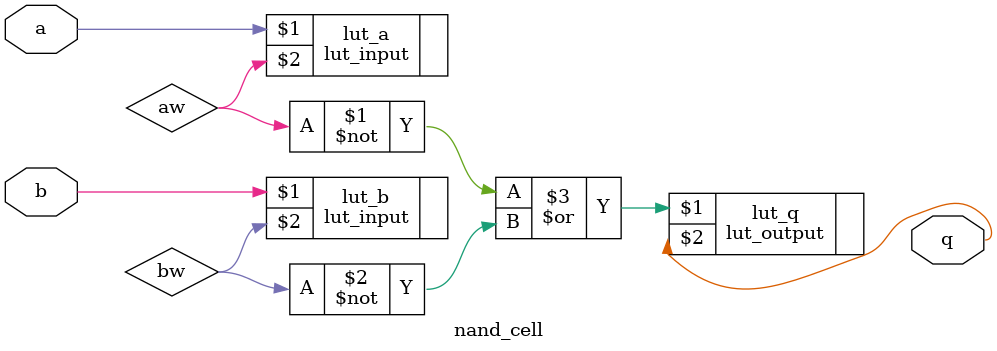
<source format=v>
module nand_cell(input wire a,
                 input wire b,
                 output wire q);
    
    wire aw;
    wire bw;
    lut_input lut_a(a, aw);
    lut_input lut_b(b,bw);
    
    lut_output lut_q(~aw | ~bw, q);
    
endmodule

</source>
